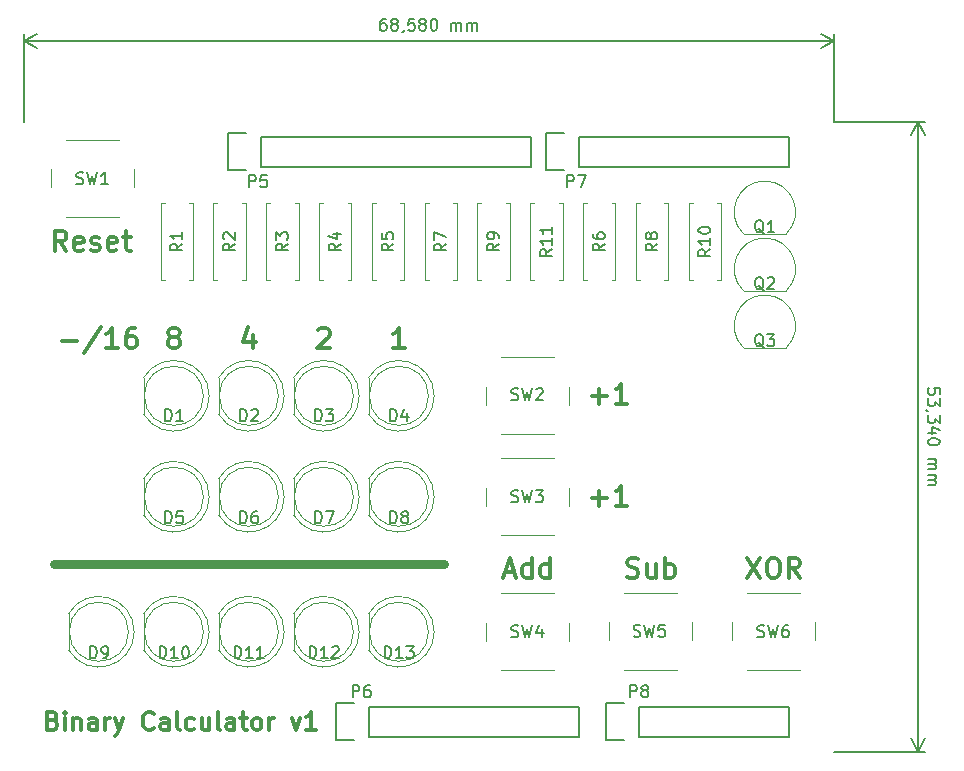
<source format=gto>
G04 #@! TF.GenerationSoftware,KiCad,Pcbnew,(5.0.0)*
G04 #@! TF.CreationDate,2019-05-20T16:21:45+02:00*
G04 #@! TF.ProjectId,Rechner,526563686E65722E6B696361645F7063,rev?*
G04 #@! TF.SameCoordinates,Original*
G04 #@! TF.FileFunction,Legend,Top*
G04 #@! TF.FilePolarity,Positive*
%FSLAX46Y46*%
G04 Gerber Fmt 4.6, Leading zero omitted, Abs format (unit mm)*
G04 Created by KiCad (PCBNEW (5.0.0)) date 05/20/19 16:21:45*
%MOMM*%
%LPD*%
G01*
G04 APERTURE LIST*
%ADD10C,0.300000*%
%ADD11C,0.375000*%
%ADD12C,0.150000*%
%ADD13C,0.800000*%
%ADD14C,0.120000*%
G04 APERTURE END LIST*
D10*
X172190857Y-109940047D02*
X173324190Y-111640047D01*
X173324190Y-109940047D02*
X172190857Y-111640047D01*
X174295619Y-109940047D02*
X174619428Y-109940047D01*
X174781333Y-110021000D01*
X174943238Y-110182904D01*
X175024190Y-110506714D01*
X175024190Y-111073380D01*
X174943238Y-111397190D01*
X174781333Y-111559095D01*
X174619428Y-111640047D01*
X174295619Y-111640047D01*
X174133714Y-111559095D01*
X173971809Y-111397190D01*
X173890857Y-111073380D01*
X173890857Y-110506714D01*
X173971809Y-110182904D01*
X174133714Y-110021000D01*
X174295619Y-109940047D01*
X176724190Y-111640047D02*
X176157523Y-110830523D01*
X175752761Y-111640047D02*
X175752761Y-109940047D01*
X176400380Y-109940047D01*
X176562285Y-110021000D01*
X176643238Y-110101952D01*
X176724190Y-110263857D01*
X176724190Y-110506714D01*
X176643238Y-110668619D01*
X176562285Y-110749571D01*
X176400380Y-110830523D01*
X175752761Y-110830523D01*
X162060190Y-111559095D02*
X162303047Y-111640047D01*
X162707809Y-111640047D01*
X162869714Y-111559095D01*
X162950666Y-111478142D01*
X163031619Y-111316238D01*
X163031619Y-111154333D01*
X162950666Y-110992428D01*
X162869714Y-110911476D01*
X162707809Y-110830523D01*
X162384000Y-110749571D01*
X162222095Y-110668619D01*
X162141142Y-110587666D01*
X162060190Y-110425761D01*
X162060190Y-110263857D01*
X162141142Y-110101952D01*
X162222095Y-110021000D01*
X162384000Y-109940047D01*
X162788761Y-109940047D01*
X163031619Y-110021000D01*
X164488761Y-110506714D02*
X164488761Y-111640047D01*
X163760190Y-110506714D02*
X163760190Y-111397190D01*
X163841142Y-111559095D01*
X164003047Y-111640047D01*
X164245904Y-111640047D01*
X164407809Y-111559095D01*
X164488761Y-111478142D01*
X165298285Y-111640047D02*
X165298285Y-109940047D01*
X165298285Y-110587666D02*
X165460190Y-110506714D01*
X165784000Y-110506714D01*
X165945904Y-110587666D01*
X166026857Y-110668619D01*
X166107809Y-110830523D01*
X166107809Y-111316238D01*
X166026857Y-111478142D01*
X165945904Y-111559095D01*
X165784000Y-111640047D01*
X165460190Y-111640047D01*
X165298285Y-111559095D01*
X151727142Y-111154333D02*
X152536666Y-111154333D01*
X151565238Y-111640047D02*
X152131904Y-109940047D01*
X152698571Y-111640047D01*
X153993809Y-111640047D02*
X153993809Y-109940047D01*
X153993809Y-111559095D02*
X153831904Y-111640047D01*
X153508095Y-111640047D01*
X153346190Y-111559095D01*
X153265238Y-111478142D01*
X153184285Y-111316238D01*
X153184285Y-110830523D01*
X153265238Y-110668619D01*
X153346190Y-110587666D01*
X153508095Y-110506714D01*
X153831904Y-110506714D01*
X153993809Y-110587666D01*
X155531904Y-111640047D02*
X155531904Y-109940047D01*
X155531904Y-111559095D02*
X155370000Y-111640047D01*
X155046190Y-111640047D01*
X154884285Y-111559095D01*
X154803333Y-111478142D01*
X154722380Y-111316238D01*
X154722380Y-110830523D01*
X154803333Y-110668619D01*
X154884285Y-110587666D01*
X155046190Y-110506714D01*
X155370000Y-110506714D01*
X155531904Y-110587666D01*
D11*
X159070857Y-104896428D02*
X160366095Y-104896428D01*
X159718476Y-105544047D02*
X159718476Y-104248809D01*
X162066095Y-105544047D02*
X161094666Y-105544047D01*
X161580380Y-105544047D02*
X161580380Y-103844047D01*
X161418476Y-104086904D01*
X161256571Y-104248809D01*
X161094666Y-104329761D01*
X159070857Y-96260428D02*
X160366095Y-96260428D01*
X159718476Y-96908047D02*
X159718476Y-95612809D01*
X162066095Y-96908047D02*
X161094666Y-96908047D01*
X161580380Y-96908047D02*
X161580380Y-95208047D01*
X161418476Y-95450904D01*
X161256571Y-95612809D01*
X161094666Y-95693761D01*
D12*
X188537619Y-96075952D02*
X188537619Y-95599761D01*
X188061428Y-95552142D01*
X188109047Y-95599761D01*
X188156666Y-95695000D01*
X188156666Y-95933095D01*
X188109047Y-96028333D01*
X188061428Y-96075952D01*
X187966190Y-96123571D01*
X187728095Y-96123571D01*
X187632857Y-96075952D01*
X187585238Y-96028333D01*
X187537619Y-95933095D01*
X187537619Y-95695000D01*
X187585238Y-95599761D01*
X187632857Y-95552142D01*
X188537619Y-96456904D02*
X188537619Y-97075952D01*
X188156666Y-96742619D01*
X188156666Y-96885476D01*
X188109047Y-96980714D01*
X188061428Y-97028333D01*
X187966190Y-97075952D01*
X187728095Y-97075952D01*
X187632857Y-97028333D01*
X187585238Y-96980714D01*
X187537619Y-96885476D01*
X187537619Y-96599761D01*
X187585238Y-96504523D01*
X187632857Y-96456904D01*
X187585238Y-97552142D02*
X187537619Y-97552142D01*
X187442380Y-97504523D01*
X187394761Y-97456904D01*
X188537619Y-97885476D02*
X188537619Y-98504523D01*
X188156666Y-98171190D01*
X188156666Y-98314047D01*
X188109047Y-98409285D01*
X188061428Y-98456904D01*
X187966190Y-98504523D01*
X187728095Y-98504523D01*
X187632857Y-98456904D01*
X187585238Y-98409285D01*
X187537619Y-98314047D01*
X187537619Y-98028333D01*
X187585238Y-97933095D01*
X187632857Y-97885476D01*
X188204285Y-99361666D02*
X187537619Y-99361666D01*
X188585238Y-99123571D02*
X187870952Y-98885476D01*
X187870952Y-99504523D01*
X188537619Y-100075952D02*
X188537619Y-100171190D01*
X188490000Y-100266428D01*
X188442380Y-100314047D01*
X188347142Y-100361666D01*
X188156666Y-100409285D01*
X187918571Y-100409285D01*
X187728095Y-100361666D01*
X187632857Y-100314047D01*
X187585238Y-100266428D01*
X187537619Y-100171190D01*
X187537619Y-100075952D01*
X187585238Y-99980714D01*
X187632857Y-99933095D01*
X187728095Y-99885476D01*
X187918571Y-99837857D01*
X188156666Y-99837857D01*
X188347142Y-99885476D01*
X188442380Y-99933095D01*
X188490000Y-99980714D01*
X188537619Y-100075952D01*
X187537619Y-101599761D02*
X188204285Y-101599761D01*
X188109047Y-101599761D02*
X188156666Y-101647380D01*
X188204285Y-101742619D01*
X188204285Y-101885476D01*
X188156666Y-101980714D01*
X188061428Y-102028333D01*
X187537619Y-102028333D01*
X188061428Y-102028333D02*
X188156666Y-102075952D01*
X188204285Y-102171190D01*
X188204285Y-102314047D01*
X188156666Y-102409285D01*
X188061428Y-102456904D01*
X187537619Y-102456904D01*
X187537619Y-102933095D02*
X188204285Y-102933095D01*
X188109047Y-102933095D02*
X188156666Y-102980714D01*
X188204285Y-103075952D01*
X188204285Y-103218809D01*
X188156666Y-103314047D01*
X188061428Y-103361666D01*
X187537619Y-103361666D01*
X188061428Y-103361666D02*
X188156666Y-103409285D01*
X188204285Y-103504523D01*
X188204285Y-103647380D01*
X188156666Y-103742619D01*
X188061428Y-103790238D01*
X187537619Y-103790238D01*
X186690000Y-73025000D02*
X186690000Y-126365000D01*
X179578000Y-73025000D02*
X187276421Y-73025000D01*
X179578000Y-126365000D02*
X187276421Y-126365000D01*
X186690000Y-126365000D02*
X186103579Y-125238496D01*
X186690000Y-126365000D02*
X187276421Y-125238496D01*
X186690000Y-73025000D02*
X186103579Y-74151504D01*
X186690000Y-73025000D02*
X187276421Y-74151504D01*
X141621333Y-64319380D02*
X141430857Y-64319380D01*
X141335619Y-64367000D01*
X141288000Y-64414619D01*
X141192761Y-64557476D01*
X141145142Y-64747952D01*
X141145142Y-65128904D01*
X141192761Y-65224142D01*
X141240380Y-65271761D01*
X141335619Y-65319380D01*
X141526095Y-65319380D01*
X141621333Y-65271761D01*
X141668952Y-65224142D01*
X141716571Y-65128904D01*
X141716571Y-64890809D01*
X141668952Y-64795571D01*
X141621333Y-64747952D01*
X141526095Y-64700333D01*
X141335619Y-64700333D01*
X141240380Y-64747952D01*
X141192761Y-64795571D01*
X141145142Y-64890809D01*
X142288000Y-64747952D02*
X142192761Y-64700333D01*
X142145142Y-64652714D01*
X142097523Y-64557476D01*
X142097523Y-64509857D01*
X142145142Y-64414619D01*
X142192761Y-64367000D01*
X142288000Y-64319380D01*
X142478476Y-64319380D01*
X142573714Y-64367000D01*
X142621333Y-64414619D01*
X142668952Y-64509857D01*
X142668952Y-64557476D01*
X142621333Y-64652714D01*
X142573714Y-64700333D01*
X142478476Y-64747952D01*
X142288000Y-64747952D01*
X142192761Y-64795571D01*
X142145142Y-64843190D01*
X142097523Y-64938428D01*
X142097523Y-65128904D01*
X142145142Y-65224142D01*
X142192761Y-65271761D01*
X142288000Y-65319380D01*
X142478476Y-65319380D01*
X142573714Y-65271761D01*
X142621333Y-65224142D01*
X142668952Y-65128904D01*
X142668952Y-64938428D01*
X142621333Y-64843190D01*
X142573714Y-64795571D01*
X142478476Y-64747952D01*
X143145142Y-65271761D02*
X143145142Y-65319380D01*
X143097523Y-65414619D01*
X143049904Y-65462238D01*
X144049904Y-64319380D02*
X143573714Y-64319380D01*
X143526095Y-64795571D01*
X143573714Y-64747952D01*
X143668952Y-64700333D01*
X143907047Y-64700333D01*
X144002285Y-64747952D01*
X144049904Y-64795571D01*
X144097523Y-64890809D01*
X144097523Y-65128904D01*
X144049904Y-65224142D01*
X144002285Y-65271761D01*
X143907047Y-65319380D01*
X143668952Y-65319380D01*
X143573714Y-65271761D01*
X143526095Y-65224142D01*
X144668952Y-64747952D02*
X144573714Y-64700333D01*
X144526095Y-64652714D01*
X144478476Y-64557476D01*
X144478476Y-64509857D01*
X144526095Y-64414619D01*
X144573714Y-64367000D01*
X144668952Y-64319380D01*
X144859428Y-64319380D01*
X144954666Y-64367000D01*
X145002285Y-64414619D01*
X145049904Y-64509857D01*
X145049904Y-64557476D01*
X145002285Y-64652714D01*
X144954666Y-64700333D01*
X144859428Y-64747952D01*
X144668952Y-64747952D01*
X144573714Y-64795571D01*
X144526095Y-64843190D01*
X144478476Y-64938428D01*
X144478476Y-65128904D01*
X144526095Y-65224142D01*
X144573714Y-65271761D01*
X144668952Y-65319380D01*
X144859428Y-65319380D01*
X144954666Y-65271761D01*
X145002285Y-65224142D01*
X145049904Y-65128904D01*
X145049904Y-64938428D01*
X145002285Y-64843190D01*
X144954666Y-64795571D01*
X144859428Y-64747952D01*
X145668952Y-64319380D02*
X145764190Y-64319380D01*
X145859428Y-64367000D01*
X145907047Y-64414619D01*
X145954666Y-64509857D01*
X146002285Y-64700333D01*
X146002285Y-64938428D01*
X145954666Y-65128904D01*
X145907047Y-65224142D01*
X145859428Y-65271761D01*
X145764190Y-65319380D01*
X145668952Y-65319380D01*
X145573714Y-65271761D01*
X145526095Y-65224142D01*
X145478476Y-65128904D01*
X145430857Y-64938428D01*
X145430857Y-64700333D01*
X145478476Y-64509857D01*
X145526095Y-64414619D01*
X145573714Y-64367000D01*
X145668952Y-64319380D01*
X147192761Y-65319380D02*
X147192761Y-64652714D01*
X147192761Y-64747952D02*
X147240380Y-64700333D01*
X147335619Y-64652714D01*
X147478476Y-64652714D01*
X147573714Y-64700333D01*
X147621333Y-64795571D01*
X147621333Y-65319380D01*
X147621333Y-64795571D02*
X147668952Y-64700333D01*
X147764190Y-64652714D01*
X147907047Y-64652714D01*
X148002285Y-64700333D01*
X148049904Y-64795571D01*
X148049904Y-65319380D01*
X148526095Y-65319380D02*
X148526095Y-64652714D01*
X148526095Y-64747952D02*
X148573714Y-64700333D01*
X148668952Y-64652714D01*
X148811809Y-64652714D01*
X148907047Y-64700333D01*
X148954666Y-64795571D01*
X148954666Y-65319380D01*
X148954666Y-64795571D02*
X149002285Y-64700333D01*
X149097523Y-64652714D01*
X149240380Y-64652714D01*
X149335619Y-64700333D01*
X149383238Y-64795571D01*
X149383238Y-65319380D01*
X179578000Y-66167000D02*
X110998000Y-66167000D01*
X179578000Y-73025000D02*
X179578000Y-65580579D01*
X110998000Y-73025000D02*
X110998000Y-65580579D01*
X110998000Y-66167000D02*
X112124504Y-65580579D01*
X110998000Y-66167000D02*
X112124504Y-66753421D01*
X179578000Y-66167000D02*
X178451496Y-65580579D01*
X179578000Y-66167000D02*
X178451496Y-66753421D01*
D10*
X113475857Y-123717857D02*
X113690142Y-123789285D01*
X113761571Y-123860714D01*
X113833000Y-124003571D01*
X113833000Y-124217857D01*
X113761571Y-124360714D01*
X113690142Y-124432142D01*
X113547285Y-124503571D01*
X112975857Y-124503571D01*
X112975857Y-123003571D01*
X113475857Y-123003571D01*
X113618714Y-123075000D01*
X113690142Y-123146428D01*
X113761571Y-123289285D01*
X113761571Y-123432142D01*
X113690142Y-123575000D01*
X113618714Y-123646428D01*
X113475857Y-123717857D01*
X112975857Y-123717857D01*
X114475857Y-124503571D02*
X114475857Y-123503571D01*
X114475857Y-123003571D02*
X114404428Y-123075000D01*
X114475857Y-123146428D01*
X114547285Y-123075000D01*
X114475857Y-123003571D01*
X114475857Y-123146428D01*
X115190142Y-123503571D02*
X115190142Y-124503571D01*
X115190142Y-123646428D02*
X115261571Y-123575000D01*
X115404428Y-123503571D01*
X115618714Y-123503571D01*
X115761571Y-123575000D01*
X115833000Y-123717857D01*
X115833000Y-124503571D01*
X117190142Y-124503571D02*
X117190142Y-123717857D01*
X117118714Y-123575000D01*
X116975857Y-123503571D01*
X116690142Y-123503571D01*
X116547285Y-123575000D01*
X117190142Y-124432142D02*
X117047285Y-124503571D01*
X116690142Y-124503571D01*
X116547285Y-124432142D01*
X116475857Y-124289285D01*
X116475857Y-124146428D01*
X116547285Y-124003571D01*
X116690142Y-123932142D01*
X117047285Y-123932142D01*
X117190142Y-123860714D01*
X117904428Y-124503571D02*
X117904428Y-123503571D01*
X117904428Y-123789285D02*
X117975857Y-123646428D01*
X118047285Y-123575000D01*
X118190142Y-123503571D01*
X118333000Y-123503571D01*
X118690142Y-123503571D02*
X119047285Y-124503571D01*
X119404428Y-123503571D02*
X119047285Y-124503571D01*
X118904428Y-124860714D01*
X118833000Y-124932142D01*
X118690142Y-125003571D01*
X121975857Y-124360714D02*
X121904428Y-124432142D01*
X121690142Y-124503571D01*
X121547285Y-124503571D01*
X121333000Y-124432142D01*
X121190142Y-124289285D01*
X121118714Y-124146428D01*
X121047285Y-123860714D01*
X121047285Y-123646428D01*
X121118714Y-123360714D01*
X121190142Y-123217857D01*
X121333000Y-123075000D01*
X121547285Y-123003571D01*
X121690142Y-123003571D01*
X121904428Y-123075000D01*
X121975857Y-123146428D01*
X123261571Y-124503571D02*
X123261571Y-123717857D01*
X123190142Y-123575000D01*
X123047285Y-123503571D01*
X122761571Y-123503571D01*
X122618714Y-123575000D01*
X123261571Y-124432142D02*
X123118714Y-124503571D01*
X122761571Y-124503571D01*
X122618714Y-124432142D01*
X122547285Y-124289285D01*
X122547285Y-124146428D01*
X122618714Y-124003571D01*
X122761571Y-123932142D01*
X123118714Y-123932142D01*
X123261571Y-123860714D01*
X124190142Y-124503571D02*
X124047285Y-124432142D01*
X123975857Y-124289285D01*
X123975857Y-123003571D01*
X125404428Y-124432142D02*
X125261571Y-124503571D01*
X124975857Y-124503571D01*
X124833000Y-124432142D01*
X124761571Y-124360714D01*
X124690142Y-124217857D01*
X124690142Y-123789285D01*
X124761571Y-123646428D01*
X124833000Y-123575000D01*
X124975857Y-123503571D01*
X125261571Y-123503571D01*
X125404428Y-123575000D01*
X126690142Y-123503571D02*
X126690142Y-124503571D01*
X126047285Y-123503571D02*
X126047285Y-124289285D01*
X126118714Y-124432142D01*
X126261571Y-124503571D01*
X126475857Y-124503571D01*
X126618714Y-124432142D01*
X126690142Y-124360714D01*
X127618714Y-124503571D02*
X127475857Y-124432142D01*
X127404428Y-124289285D01*
X127404428Y-123003571D01*
X128833000Y-124503571D02*
X128833000Y-123717857D01*
X128761571Y-123575000D01*
X128618714Y-123503571D01*
X128333000Y-123503571D01*
X128190142Y-123575000D01*
X128833000Y-124432142D02*
X128690142Y-124503571D01*
X128333000Y-124503571D01*
X128190142Y-124432142D01*
X128118714Y-124289285D01*
X128118714Y-124146428D01*
X128190142Y-124003571D01*
X128333000Y-123932142D01*
X128690142Y-123932142D01*
X128833000Y-123860714D01*
X129333000Y-123503571D02*
X129904428Y-123503571D01*
X129547285Y-123003571D02*
X129547285Y-124289285D01*
X129618714Y-124432142D01*
X129761571Y-124503571D01*
X129904428Y-124503571D01*
X130618714Y-124503571D02*
X130475857Y-124432142D01*
X130404428Y-124360714D01*
X130333000Y-124217857D01*
X130333000Y-123789285D01*
X130404428Y-123646428D01*
X130475857Y-123575000D01*
X130618714Y-123503571D01*
X130833000Y-123503571D01*
X130975857Y-123575000D01*
X131047285Y-123646428D01*
X131118714Y-123789285D01*
X131118714Y-124217857D01*
X131047285Y-124360714D01*
X130975857Y-124432142D01*
X130833000Y-124503571D01*
X130618714Y-124503571D01*
X131761571Y-124503571D02*
X131761571Y-123503571D01*
X131761571Y-123789285D02*
X131833000Y-123646428D01*
X131904428Y-123575000D01*
X132047285Y-123503571D01*
X132190142Y-123503571D01*
X133690142Y-123503571D02*
X134047285Y-124503571D01*
X134404428Y-123503571D01*
X135761571Y-124503571D02*
X134904428Y-124503571D01*
X135333000Y-124503571D02*
X135333000Y-123003571D01*
X135190142Y-123217857D01*
X135047285Y-123360714D01*
X134904428Y-123432142D01*
X114190857Y-91561428D02*
X115486095Y-91561428D01*
X117509904Y-90428095D02*
X116052761Y-92613809D01*
X118967047Y-92209047D02*
X117995619Y-92209047D01*
X118481333Y-92209047D02*
X118481333Y-90509047D01*
X118319428Y-90751904D01*
X118157523Y-90913809D01*
X117995619Y-90994761D01*
X120424190Y-90509047D02*
X120100380Y-90509047D01*
X119938476Y-90590000D01*
X119857523Y-90670952D01*
X119695619Y-90913809D01*
X119614666Y-91237619D01*
X119614666Y-91885238D01*
X119695619Y-92047142D01*
X119776571Y-92128095D01*
X119938476Y-92209047D01*
X120262285Y-92209047D01*
X120424190Y-92128095D01*
X120505142Y-92047142D01*
X120586095Y-91885238D01*
X120586095Y-91480476D01*
X120505142Y-91318571D01*
X120424190Y-91237619D01*
X120262285Y-91156666D01*
X119938476Y-91156666D01*
X119776571Y-91237619D01*
X119695619Y-91318571D01*
X119614666Y-91480476D01*
D13*
X146558000Y-110490000D02*
X113538000Y-110490000D01*
D10*
X123536095Y-91237619D02*
X123374190Y-91156666D01*
X123293238Y-91075714D01*
X123212285Y-90913809D01*
X123212285Y-90832857D01*
X123293238Y-90670952D01*
X123374190Y-90590000D01*
X123536095Y-90509047D01*
X123859904Y-90509047D01*
X124021809Y-90590000D01*
X124102761Y-90670952D01*
X124183714Y-90832857D01*
X124183714Y-90913809D01*
X124102761Y-91075714D01*
X124021809Y-91156666D01*
X123859904Y-91237619D01*
X123536095Y-91237619D01*
X123374190Y-91318571D01*
X123293238Y-91399523D01*
X123212285Y-91561428D01*
X123212285Y-91885238D01*
X123293238Y-92047142D01*
X123374190Y-92128095D01*
X123536095Y-92209047D01*
X123859904Y-92209047D01*
X124021809Y-92128095D01*
X124102761Y-92047142D01*
X124183714Y-91885238D01*
X124183714Y-91561428D01*
X124102761Y-91399523D01*
X124021809Y-91318571D01*
X123859904Y-91237619D01*
X130371809Y-91075714D02*
X130371809Y-92209047D01*
X129967047Y-90428095D02*
X129562285Y-91642380D01*
X130614666Y-91642380D01*
X135912285Y-90670952D02*
X135993238Y-90590000D01*
X136155142Y-90509047D01*
X136559904Y-90509047D01*
X136721809Y-90590000D01*
X136802761Y-90670952D01*
X136883714Y-90832857D01*
X136883714Y-90994761D01*
X136802761Y-91237619D01*
X135831333Y-92209047D01*
X136883714Y-92209047D01*
X143233714Y-92209047D02*
X142262285Y-92209047D01*
X142748000Y-92209047D02*
X142748000Y-90509047D01*
X142586095Y-90751904D01*
X142424190Y-90913809D01*
X142262285Y-90994761D01*
X114608238Y-83954047D02*
X114041571Y-83144523D01*
X113636809Y-83954047D02*
X113636809Y-82254047D01*
X114284428Y-82254047D01*
X114446333Y-82335000D01*
X114527285Y-82415952D01*
X114608238Y-82577857D01*
X114608238Y-82820714D01*
X114527285Y-82982619D01*
X114446333Y-83063571D01*
X114284428Y-83144523D01*
X113636809Y-83144523D01*
X115984428Y-83873095D02*
X115822523Y-83954047D01*
X115498714Y-83954047D01*
X115336809Y-83873095D01*
X115255857Y-83711190D01*
X115255857Y-83063571D01*
X115336809Y-82901666D01*
X115498714Y-82820714D01*
X115822523Y-82820714D01*
X115984428Y-82901666D01*
X116065380Y-83063571D01*
X116065380Y-83225476D01*
X115255857Y-83387380D01*
X116713000Y-83873095D02*
X116874904Y-83954047D01*
X117198714Y-83954047D01*
X117360619Y-83873095D01*
X117441571Y-83711190D01*
X117441571Y-83630238D01*
X117360619Y-83468333D01*
X117198714Y-83387380D01*
X116955857Y-83387380D01*
X116793952Y-83306428D01*
X116713000Y-83144523D01*
X116713000Y-83063571D01*
X116793952Y-82901666D01*
X116955857Y-82820714D01*
X117198714Y-82820714D01*
X117360619Y-82901666D01*
X118817761Y-83873095D02*
X118655857Y-83954047D01*
X118332047Y-83954047D01*
X118170142Y-83873095D01*
X118089190Y-83711190D01*
X118089190Y-83063571D01*
X118170142Y-82901666D01*
X118332047Y-82820714D01*
X118655857Y-82820714D01*
X118817761Y-82901666D01*
X118898714Y-83063571D01*
X118898714Y-83225476D01*
X118089190Y-83387380D01*
X119384428Y-82820714D02*
X120032047Y-82820714D01*
X119627285Y-82254047D02*
X119627285Y-83711190D01*
X119708238Y-83873095D01*
X119870142Y-83954047D01*
X120032047Y-83954047D01*
D14*
G04 #@! TO.C,SW6*
X177946000Y-116919000D02*
X177946000Y-115419000D01*
X176696000Y-112919000D02*
X172196000Y-112919000D01*
X170946000Y-115419000D02*
X170946000Y-116919000D01*
X172196000Y-119419000D02*
X176696000Y-119419000D01*
D12*
G04 #@! TO.C,P6*
X140208000Y-125095000D02*
X157988000Y-125095000D01*
X157988000Y-125095000D02*
X157988000Y-122555000D01*
X157988000Y-122555000D02*
X140208000Y-122555000D01*
X137388000Y-125375000D02*
X138938000Y-125375000D01*
X140208000Y-125095000D02*
X140208000Y-122555000D01*
X138938000Y-122275000D02*
X137388000Y-122275000D01*
X137388000Y-122275000D02*
X137388000Y-125375000D01*
G04 #@! TO.C,P8*
X163068000Y-125095000D02*
X175768000Y-125095000D01*
X175768000Y-125095000D02*
X175768000Y-122555000D01*
X175768000Y-122555000D02*
X163068000Y-122555000D01*
X160248000Y-125375000D02*
X161798000Y-125375000D01*
X163068000Y-125095000D02*
X163068000Y-122555000D01*
X161798000Y-122275000D02*
X160248000Y-122275000D01*
X160248000Y-122275000D02*
X160248000Y-125375000D01*
G04 #@! TO.C,P5*
X131064000Y-76835000D02*
X153924000Y-76835000D01*
X153924000Y-76835000D02*
X153924000Y-74295000D01*
X153924000Y-74295000D02*
X131064000Y-74295000D01*
X128244000Y-77115000D02*
X129794000Y-77115000D01*
X131064000Y-76835000D02*
X131064000Y-74295000D01*
X129794000Y-74015000D02*
X128244000Y-74015000D01*
X128244000Y-74015000D02*
X128244000Y-77115000D01*
G04 #@! TO.C,P7*
X157988000Y-76835000D02*
X175768000Y-76835000D01*
X175768000Y-76835000D02*
X175768000Y-74295000D01*
X175768000Y-74295000D02*
X157988000Y-74295000D01*
X155168000Y-77115000D02*
X156718000Y-77115000D01*
X157988000Y-76835000D02*
X157988000Y-74295000D01*
X156718000Y-74015000D02*
X155168000Y-74015000D01*
X155168000Y-74015000D02*
X155168000Y-77115000D01*
D14*
G04 #@! TO.C,D1*
X126688000Y-96230462D02*
G75*
G03X121138000Y-94685170I-2990000J462D01*
G01*
X126688000Y-96229538D02*
G75*
G02X121138000Y-97774830I-2990000J-462D01*
G01*
X126198000Y-96230000D02*
G75*
G03X126198000Y-96230000I-2500000J0D01*
G01*
X121138000Y-94685000D02*
X121138000Y-97775000D01*
G04 #@! TO.C,D2*
X127488000Y-94685000D02*
X127488000Y-97775000D01*
X132548000Y-96230000D02*
G75*
G03X132548000Y-96230000I-2500000J0D01*
G01*
X133038000Y-96229538D02*
G75*
G02X127488000Y-97774830I-2990000J-462D01*
G01*
X133038000Y-96230462D02*
G75*
G03X127488000Y-94685170I-2990000J462D01*
G01*
G04 #@! TO.C,D3*
X139388000Y-96230462D02*
G75*
G03X133838000Y-94685170I-2990000J462D01*
G01*
X139388000Y-96229538D02*
G75*
G02X133838000Y-97774830I-2990000J-462D01*
G01*
X138898000Y-96230000D02*
G75*
G03X138898000Y-96230000I-2500000J0D01*
G01*
X133838000Y-94685000D02*
X133838000Y-97775000D01*
G04 #@! TO.C,D4*
X140188000Y-94685000D02*
X140188000Y-97775000D01*
X145248000Y-96230000D02*
G75*
G03X145248000Y-96230000I-2500000J0D01*
G01*
X145738000Y-96229538D02*
G75*
G02X140188000Y-97774830I-2990000J-462D01*
G01*
X145738000Y-96230462D02*
G75*
G03X140188000Y-94685170I-2990000J462D01*
G01*
G04 #@! TO.C,D5*
X126688000Y-104775462D02*
G75*
G03X121138000Y-103230170I-2990000J462D01*
G01*
X126688000Y-104774538D02*
G75*
G02X121138000Y-106319830I-2990000J-462D01*
G01*
X126198000Y-104775000D02*
G75*
G03X126198000Y-104775000I-2500000J0D01*
G01*
X121138000Y-103230000D02*
X121138000Y-106320000D01*
G04 #@! TO.C,D6*
X127488000Y-103230000D02*
X127488000Y-106320000D01*
X132548000Y-104775000D02*
G75*
G03X132548000Y-104775000I-2500000J0D01*
G01*
X133038000Y-104774538D02*
G75*
G02X127488000Y-106319830I-2990000J-462D01*
G01*
X133038000Y-104775462D02*
G75*
G03X127488000Y-103230170I-2990000J462D01*
G01*
G04 #@! TO.C,D7*
X139388000Y-104775462D02*
G75*
G03X133838000Y-103230170I-2990000J462D01*
G01*
X139388000Y-104774538D02*
G75*
G02X133838000Y-106319830I-2990000J-462D01*
G01*
X138898000Y-104775000D02*
G75*
G03X138898000Y-104775000I-2500000J0D01*
G01*
X133838000Y-103230000D02*
X133838000Y-106320000D01*
G04 #@! TO.C,D8*
X140188000Y-103230000D02*
X140188000Y-106320000D01*
X145248000Y-104775000D02*
G75*
G03X145248000Y-104775000I-2500000J0D01*
G01*
X145738000Y-104774538D02*
G75*
G02X140188000Y-106319830I-2990000J-462D01*
G01*
X145738000Y-104775462D02*
G75*
G03X140188000Y-103230170I-2990000J462D01*
G01*
G04 #@! TO.C,D9*
X120338000Y-116205462D02*
G75*
G03X114788000Y-114660170I-2990000J462D01*
G01*
X120338000Y-116204538D02*
G75*
G02X114788000Y-117749830I-2990000J-462D01*
G01*
X119848000Y-116205000D02*
G75*
G03X119848000Y-116205000I-2500000J0D01*
G01*
X114788000Y-114660000D02*
X114788000Y-117750000D01*
G04 #@! TO.C,D10*
X121138000Y-114660000D02*
X121138000Y-117750000D01*
X126198000Y-116205000D02*
G75*
G03X126198000Y-116205000I-2500000J0D01*
G01*
X126688000Y-116204538D02*
G75*
G02X121138000Y-117749830I-2990000J-462D01*
G01*
X126688000Y-116205462D02*
G75*
G03X121138000Y-114660170I-2990000J462D01*
G01*
G04 #@! TO.C,D11*
X127488000Y-114660000D02*
X127488000Y-117750000D01*
X132548000Y-116205000D02*
G75*
G03X132548000Y-116205000I-2500000J0D01*
G01*
X133038000Y-116204538D02*
G75*
G02X127488000Y-117749830I-2990000J-462D01*
G01*
X133038000Y-116205462D02*
G75*
G03X127488000Y-114660170I-2990000J462D01*
G01*
G04 #@! TO.C,D12*
X139388000Y-116205462D02*
G75*
G03X133838000Y-114660170I-2990000J462D01*
G01*
X139388000Y-116204538D02*
G75*
G02X133838000Y-117749830I-2990000J-462D01*
G01*
X138898000Y-116205000D02*
G75*
G03X138898000Y-116205000I-2500000J0D01*
G01*
X133838000Y-114660000D02*
X133838000Y-117750000D01*
G04 #@! TO.C,D13*
X145738000Y-116205462D02*
G75*
G03X140188000Y-114660170I-2990000J462D01*
G01*
X145738000Y-116204538D02*
G75*
G02X140188000Y-117749830I-2990000J-462D01*
G01*
X145248000Y-116205000D02*
G75*
G03X145248000Y-116205000I-2500000J0D01*
G01*
X140188000Y-114660000D02*
X140188000Y-117750000D01*
G04 #@! TO.C,Q1*
X175574478Y-82483478D02*
G75*
G03X173736000Y-78045000I-1838478J1838478D01*
G01*
X171897522Y-82483478D02*
G75*
G02X173736000Y-78045000I1838478J1838478D01*
G01*
X171936000Y-82495000D02*
X175536000Y-82495000D01*
G04 #@! TO.C,Q2*
X171936000Y-87321000D02*
X175536000Y-87321000D01*
X171897522Y-87309478D02*
G75*
G02X173736000Y-82871000I1838478J1838478D01*
G01*
X175574478Y-87309478D02*
G75*
G03X173736000Y-82871000I-1838478J1838478D01*
G01*
G04 #@! TO.C,Q3*
X171936000Y-92147000D02*
X175536000Y-92147000D01*
X171897522Y-92135478D02*
G75*
G02X173736000Y-87697000I1838478J1838478D01*
G01*
X175574478Y-92135478D02*
G75*
G03X173736000Y-87697000I-1838478J1838478D01*
G01*
G04 #@! TO.C,R1*
X122912000Y-86455000D02*
X122582000Y-86455000D01*
X122582000Y-86455000D02*
X122582000Y-79915000D01*
X122582000Y-79915000D02*
X122912000Y-79915000D01*
X124992000Y-86455000D02*
X125322000Y-86455000D01*
X125322000Y-86455000D02*
X125322000Y-79915000D01*
X125322000Y-79915000D02*
X124992000Y-79915000D01*
G04 #@! TO.C,R2*
X129792400Y-79915000D02*
X129462400Y-79915000D01*
X129792400Y-86455000D02*
X129792400Y-79915000D01*
X129462400Y-86455000D02*
X129792400Y-86455000D01*
X127052400Y-79915000D02*
X127382400Y-79915000D01*
X127052400Y-86455000D02*
X127052400Y-79915000D01*
X127382400Y-86455000D02*
X127052400Y-86455000D01*
G04 #@! TO.C,R3*
X131852800Y-86455000D02*
X131522800Y-86455000D01*
X131522800Y-86455000D02*
X131522800Y-79915000D01*
X131522800Y-79915000D02*
X131852800Y-79915000D01*
X133932800Y-86455000D02*
X134262800Y-86455000D01*
X134262800Y-86455000D02*
X134262800Y-79915000D01*
X134262800Y-79915000D02*
X133932800Y-79915000D01*
G04 #@! TO.C,R4*
X138733200Y-79915000D02*
X138403200Y-79915000D01*
X138733200Y-86455000D02*
X138733200Y-79915000D01*
X138403200Y-86455000D02*
X138733200Y-86455000D01*
X135993200Y-79915000D02*
X136323200Y-79915000D01*
X135993200Y-86455000D02*
X135993200Y-79915000D01*
X136323200Y-86455000D02*
X135993200Y-86455000D01*
G04 #@! TO.C,R5*
X140793600Y-86455000D02*
X140463600Y-86455000D01*
X140463600Y-86455000D02*
X140463600Y-79915000D01*
X140463600Y-79915000D02*
X140793600Y-79915000D01*
X142873600Y-86455000D02*
X143203600Y-86455000D01*
X143203600Y-86455000D02*
X143203600Y-79915000D01*
X143203600Y-79915000D02*
X142873600Y-79915000D01*
G04 #@! TO.C,R6*
X161085200Y-79915000D02*
X160755200Y-79915000D01*
X161085200Y-86455000D02*
X161085200Y-79915000D01*
X160755200Y-86455000D02*
X161085200Y-86455000D01*
X158345200Y-79915000D02*
X158675200Y-79915000D01*
X158345200Y-86455000D02*
X158345200Y-79915000D01*
X158675200Y-86455000D02*
X158345200Y-86455000D01*
G04 #@! TO.C,R7*
X147344000Y-79915000D02*
X147674000Y-79915000D01*
X147674000Y-79915000D02*
X147674000Y-86455000D01*
X147674000Y-86455000D02*
X147344000Y-86455000D01*
X145264000Y-79915000D02*
X144934000Y-79915000D01*
X144934000Y-79915000D02*
X144934000Y-86455000D01*
X144934000Y-86455000D02*
X145264000Y-86455000D01*
G04 #@! TO.C,R8*
X163145600Y-86455000D02*
X162815600Y-86455000D01*
X162815600Y-86455000D02*
X162815600Y-79915000D01*
X162815600Y-79915000D02*
X163145600Y-79915000D01*
X165225600Y-86455000D02*
X165555600Y-86455000D01*
X165555600Y-86455000D02*
X165555600Y-79915000D01*
X165555600Y-79915000D02*
X165225600Y-79915000D01*
G04 #@! TO.C,R9*
X149404400Y-86455000D02*
X149734400Y-86455000D01*
X149404400Y-79915000D02*
X149404400Y-86455000D01*
X149734400Y-79915000D02*
X149404400Y-79915000D01*
X152144400Y-86455000D02*
X151814400Y-86455000D01*
X152144400Y-79915000D02*
X152144400Y-86455000D01*
X151814400Y-79915000D02*
X152144400Y-79915000D01*
G04 #@! TO.C,R10*
X167616000Y-86455000D02*
X167286000Y-86455000D01*
X167286000Y-86455000D02*
X167286000Y-79915000D01*
X167286000Y-79915000D02*
X167616000Y-79915000D01*
X169696000Y-86455000D02*
X170026000Y-86455000D01*
X170026000Y-86455000D02*
X170026000Y-79915000D01*
X170026000Y-79915000D02*
X169696000Y-79915000D01*
G04 #@! TO.C,R11*
X153874800Y-86455000D02*
X154204800Y-86455000D01*
X153874800Y-79915000D02*
X153874800Y-86455000D01*
X154204800Y-79915000D02*
X153874800Y-79915000D01*
X156614800Y-86455000D02*
X156284800Y-86455000D01*
X156614800Y-79915000D02*
X156614800Y-86455000D01*
X156284800Y-79915000D02*
X156614800Y-79915000D01*
G04 #@! TO.C,SW1*
X114538000Y-81065000D02*
X119038000Y-81065000D01*
X113288000Y-77065000D02*
X113288000Y-78565000D01*
X119038000Y-74565000D02*
X114538000Y-74565000D01*
X120288000Y-78565000D02*
X120288000Y-77065000D01*
G04 #@! TO.C,SW2*
X151368000Y-99480000D02*
X155868000Y-99480000D01*
X150118000Y-95480000D02*
X150118000Y-96980000D01*
X155868000Y-92980000D02*
X151368000Y-92980000D01*
X157118000Y-96980000D02*
X157118000Y-95480000D01*
G04 #@! TO.C,SW3*
X157118000Y-105525000D02*
X157118000Y-104025000D01*
X155868000Y-101525000D02*
X151368000Y-101525000D01*
X150118000Y-104025000D02*
X150118000Y-105525000D01*
X151368000Y-108025000D02*
X155868000Y-108025000D01*
G04 #@! TO.C,SW4*
X151368000Y-119455000D02*
X155868000Y-119455000D01*
X150118000Y-115455000D02*
X150118000Y-116955000D01*
X155868000Y-112955000D02*
X151368000Y-112955000D01*
X157118000Y-116955000D02*
X157118000Y-115455000D01*
G04 #@! TO.C,SW5*
X167532000Y-116919000D02*
X167532000Y-115419000D01*
X166282000Y-112919000D02*
X161782000Y-112919000D01*
X160532000Y-115419000D02*
X160532000Y-116919000D01*
X161782000Y-119419000D02*
X166282000Y-119419000D01*
G04 #@! TO.C,SW6*
D12*
X173112666Y-116609761D02*
X173255523Y-116657380D01*
X173493619Y-116657380D01*
X173588857Y-116609761D01*
X173636476Y-116562142D01*
X173684095Y-116466904D01*
X173684095Y-116371666D01*
X173636476Y-116276428D01*
X173588857Y-116228809D01*
X173493619Y-116181190D01*
X173303142Y-116133571D01*
X173207904Y-116085952D01*
X173160285Y-116038333D01*
X173112666Y-115943095D01*
X173112666Y-115847857D01*
X173160285Y-115752619D01*
X173207904Y-115705000D01*
X173303142Y-115657380D01*
X173541238Y-115657380D01*
X173684095Y-115705000D01*
X174017428Y-115657380D02*
X174255523Y-116657380D01*
X174446000Y-115943095D01*
X174636476Y-116657380D01*
X174874571Y-115657380D01*
X175684095Y-115657380D02*
X175493619Y-115657380D01*
X175398380Y-115705000D01*
X175350761Y-115752619D01*
X175255523Y-115895476D01*
X175207904Y-116085952D01*
X175207904Y-116466904D01*
X175255523Y-116562142D01*
X175303142Y-116609761D01*
X175398380Y-116657380D01*
X175588857Y-116657380D01*
X175684095Y-116609761D01*
X175731714Y-116562142D01*
X175779333Y-116466904D01*
X175779333Y-116228809D01*
X175731714Y-116133571D01*
X175684095Y-116085952D01*
X175588857Y-116038333D01*
X175398380Y-116038333D01*
X175303142Y-116085952D01*
X175255523Y-116133571D01*
X175207904Y-116228809D01*
G04 #@! TO.C,P6*
X138834904Y-121737380D02*
X138834904Y-120737380D01*
X139215857Y-120737380D01*
X139311095Y-120785000D01*
X139358714Y-120832619D01*
X139406333Y-120927857D01*
X139406333Y-121070714D01*
X139358714Y-121165952D01*
X139311095Y-121213571D01*
X139215857Y-121261190D01*
X138834904Y-121261190D01*
X140263476Y-120737380D02*
X140073000Y-120737380D01*
X139977761Y-120785000D01*
X139930142Y-120832619D01*
X139834904Y-120975476D01*
X139787285Y-121165952D01*
X139787285Y-121546904D01*
X139834904Y-121642142D01*
X139882523Y-121689761D01*
X139977761Y-121737380D01*
X140168238Y-121737380D01*
X140263476Y-121689761D01*
X140311095Y-121642142D01*
X140358714Y-121546904D01*
X140358714Y-121308809D01*
X140311095Y-121213571D01*
X140263476Y-121165952D01*
X140168238Y-121118333D01*
X139977761Y-121118333D01*
X139882523Y-121165952D01*
X139834904Y-121213571D01*
X139787285Y-121308809D01*
G04 #@! TO.C,P8*
X162329904Y-121737380D02*
X162329904Y-120737380D01*
X162710857Y-120737380D01*
X162806095Y-120785000D01*
X162853714Y-120832619D01*
X162901333Y-120927857D01*
X162901333Y-121070714D01*
X162853714Y-121165952D01*
X162806095Y-121213571D01*
X162710857Y-121261190D01*
X162329904Y-121261190D01*
X163472761Y-121165952D02*
X163377523Y-121118333D01*
X163329904Y-121070714D01*
X163282285Y-120975476D01*
X163282285Y-120927857D01*
X163329904Y-120832619D01*
X163377523Y-120785000D01*
X163472761Y-120737380D01*
X163663238Y-120737380D01*
X163758476Y-120785000D01*
X163806095Y-120832619D01*
X163853714Y-120927857D01*
X163853714Y-120975476D01*
X163806095Y-121070714D01*
X163758476Y-121118333D01*
X163663238Y-121165952D01*
X163472761Y-121165952D01*
X163377523Y-121213571D01*
X163329904Y-121261190D01*
X163282285Y-121356428D01*
X163282285Y-121546904D01*
X163329904Y-121642142D01*
X163377523Y-121689761D01*
X163472761Y-121737380D01*
X163663238Y-121737380D01*
X163758476Y-121689761D01*
X163806095Y-121642142D01*
X163853714Y-121546904D01*
X163853714Y-121356428D01*
X163806095Y-121261190D01*
X163758476Y-121213571D01*
X163663238Y-121165952D01*
G04 #@! TO.C,P5*
X130071904Y-78557380D02*
X130071904Y-77557380D01*
X130452857Y-77557380D01*
X130548095Y-77605000D01*
X130595714Y-77652619D01*
X130643333Y-77747857D01*
X130643333Y-77890714D01*
X130595714Y-77985952D01*
X130548095Y-78033571D01*
X130452857Y-78081190D01*
X130071904Y-78081190D01*
X131548095Y-77557380D02*
X131071904Y-77557380D01*
X131024285Y-78033571D01*
X131071904Y-77985952D01*
X131167142Y-77938333D01*
X131405238Y-77938333D01*
X131500476Y-77985952D01*
X131548095Y-78033571D01*
X131595714Y-78128809D01*
X131595714Y-78366904D01*
X131548095Y-78462142D01*
X131500476Y-78509761D01*
X131405238Y-78557380D01*
X131167142Y-78557380D01*
X131071904Y-78509761D01*
X131024285Y-78462142D01*
G04 #@! TO.C,P7*
X156995904Y-78557380D02*
X156995904Y-77557380D01*
X157376857Y-77557380D01*
X157472095Y-77605000D01*
X157519714Y-77652619D01*
X157567333Y-77747857D01*
X157567333Y-77890714D01*
X157519714Y-77985952D01*
X157472095Y-78033571D01*
X157376857Y-78081190D01*
X156995904Y-78081190D01*
X157900666Y-77557380D02*
X158567333Y-77557380D01*
X158138761Y-78557380D01*
G04 #@! TO.C,D1*
X122959904Y-98369380D02*
X122959904Y-97369380D01*
X123198000Y-97369380D01*
X123340857Y-97417000D01*
X123436095Y-97512238D01*
X123483714Y-97607476D01*
X123531333Y-97797952D01*
X123531333Y-97940809D01*
X123483714Y-98131285D01*
X123436095Y-98226523D01*
X123340857Y-98321761D01*
X123198000Y-98369380D01*
X122959904Y-98369380D01*
X124483714Y-98369380D02*
X123912285Y-98369380D01*
X124198000Y-98369380D02*
X124198000Y-97369380D01*
X124102761Y-97512238D01*
X124007523Y-97607476D01*
X123912285Y-97655095D01*
G04 #@! TO.C,D2*
X129309904Y-98369380D02*
X129309904Y-97369380D01*
X129548000Y-97369380D01*
X129690857Y-97417000D01*
X129786095Y-97512238D01*
X129833714Y-97607476D01*
X129881333Y-97797952D01*
X129881333Y-97940809D01*
X129833714Y-98131285D01*
X129786095Y-98226523D01*
X129690857Y-98321761D01*
X129548000Y-98369380D01*
X129309904Y-98369380D01*
X130262285Y-97464619D02*
X130309904Y-97417000D01*
X130405142Y-97369380D01*
X130643238Y-97369380D01*
X130738476Y-97417000D01*
X130786095Y-97464619D01*
X130833714Y-97559857D01*
X130833714Y-97655095D01*
X130786095Y-97797952D01*
X130214666Y-98369380D01*
X130833714Y-98369380D01*
G04 #@! TO.C,D3*
X135659904Y-98369380D02*
X135659904Y-97369380D01*
X135898000Y-97369380D01*
X136040857Y-97417000D01*
X136136095Y-97512238D01*
X136183714Y-97607476D01*
X136231333Y-97797952D01*
X136231333Y-97940809D01*
X136183714Y-98131285D01*
X136136095Y-98226523D01*
X136040857Y-98321761D01*
X135898000Y-98369380D01*
X135659904Y-98369380D01*
X136564666Y-97369380D02*
X137183714Y-97369380D01*
X136850380Y-97750333D01*
X136993238Y-97750333D01*
X137088476Y-97797952D01*
X137136095Y-97845571D01*
X137183714Y-97940809D01*
X137183714Y-98178904D01*
X137136095Y-98274142D01*
X137088476Y-98321761D01*
X136993238Y-98369380D01*
X136707523Y-98369380D01*
X136612285Y-98321761D01*
X136564666Y-98274142D01*
G04 #@! TO.C,D4*
X142009904Y-98369380D02*
X142009904Y-97369380D01*
X142248000Y-97369380D01*
X142390857Y-97417000D01*
X142486095Y-97512238D01*
X142533714Y-97607476D01*
X142581333Y-97797952D01*
X142581333Y-97940809D01*
X142533714Y-98131285D01*
X142486095Y-98226523D01*
X142390857Y-98321761D01*
X142248000Y-98369380D01*
X142009904Y-98369380D01*
X143438476Y-97702714D02*
X143438476Y-98369380D01*
X143200380Y-97321761D02*
X142962285Y-98036047D01*
X143581333Y-98036047D01*
G04 #@! TO.C,D5*
X122959904Y-107005380D02*
X122959904Y-106005380D01*
X123198000Y-106005380D01*
X123340857Y-106053000D01*
X123436095Y-106148238D01*
X123483714Y-106243476D01*
X123531333Y-106433952D01*
X123531333Y-106576809D01*
X123483714Y-106767285D01*
X123436095Y-106862523D01*
X123340857Y-106957761D01*
X123198000Y-107005380D01*
X122959904Y-107005380D01*
X124436095Y-106005380D02*
X123959904Y-106005380D01*
X123912285Y-106481571D01*
X123959904Y-106433952D01*
X124055142Y-106386333D01*
X124293238Y-106386333D01*
X124388476Y-106433952D01*
X124436095Y-106481571D01*
X124483714Y-106576809D01*
X124483714Y-106814904D01*
X124436095Y-106910142D01*
X124388476Y-106957761D01*
X124293238Y-107005380D01*
X124055142Y-107005380D01*
X123959904Y-106957761D01*
X123912285Y-106910142D01*
G04 #@! TO.C,D6*
X129309904Y-107005380D02*
X129309904Y-106005380D01*
X129548000Y-106005380D01*
X129690857Y-106053000D01*
X129786095Y-106148238D01*
X129833714Y-106243476D01*
X129881333Y-106433952D01*
X129881333Y-106576809D01*
X129833714Y-106767285D01*
X129786095Y-106862523D01*
X129690857Y-106957761D01*
X129548000Y-107005380D01*
X129309904Y-107005380D01*
X130738476Y-106005380D02*
X130548000Y-106005380D01*
X130452761Y-106053000D01*
X130405142Y-106100619D01*
X130309904Y-106243476D01*
X130262285Y-106433952D01*
X130262285Y-106814904D01*
X130309904Y-106910142D01*
X130357523Y-106957761D01*
X130452761Y-107005380D01*
X130643238Y-107005380D01*
X130738476Y-106957761D01*
X130786095Y-106910142D01*
X130833714Y-106814904D01*
X130833714Y-106576809D01*
X130786095Y-106481571D01*
X130738476Y-106433952D01*
X130643238Y-106386333D01*
X130452761Y-106386333D01*
X130357523Y-106433952D01*
X130309904Y-106481571D01*
X130262285Y-106576809D01*
G04 #@! TO.C,D7*
X135659904Y-107005380D02*
X135659904Y-106005380D01*
X135898000Y-106005380D01*
X136040857Y-106053000D01*
X136136095Y-106148238D01*
X136183714Y-106243476D01*
X136231333Y-106433952D01*
X136231333Y-106576809D01*
X136183714Y-106767285D01*
X136136095Y-106862523D01*
X136040857Y-106957761D01*
X135898000Y-107005380D01*
X135659904Y-107005380D01*
X136564666Y-106005380D02*
X137231333Y-106005380D01*
X136802761Y-107005380D01*
G04 #@! TO.C,D8*
X142009904Y-107005380D02*
X142009904Y-106005380D01*
X142248000Y-106005380D01*
X142390857Y-106053000D01*
X142486095Y-106148238D01*
X142533714Y-106243476D01*
X142581333Y-106433952D01*
X142581333Y-106576809D01*
X142533714Y-106767285D01*
X142486095Y-106862523D01*
X142390857Y-106957761D01*
X142248000Y-107005380D01*
X142009904Y-107005380D01*
X143152761Y-106433952D02*
X143057523Y-106386333D01*
X143009904Y-106338714D01*
X142962285Y-106243476D01*
X142962285Y-106195857D01*
X143009904Y-106100619D01*
X143057523Y-106053000D01*
X143152761Y-106005380D01*
X143343238Y-106005380D01*
X143438476Y-106053000D01*
X143486095Y-106100619D01*
X143533714Y-106195857D01*
X143533714Y-106243476D01*
X143486095Y-106338714D01*
X143438476Y-106386333D01*
X143343238Y-106433952D01*
X143152761Y-106433952D01*
X143057523Y-106481571D01*
X143009904Y-106529190D01*
X142962285Y-106624428D01*
X142962285Y-106814904D01*
X143009904Y-106910142D01*
X143057523Y-106957761D01*
X143152761Y-107005380D01*
X143343238Y-107005380D01*
X143438476Y-106957761D01*
X143486095Y-106910142D01*
X143533714Y-106814904D01*
X143533714Y-106624428D01*
X143486095Y-106529190D01*
X143438476Y-106481571D01*
X143343238Y-106433952D01*
G04 #@! TO.C,D9*
X116609904Y-118435380D02*
X116609904Y-117435380D01*
X116848000Y-117435380D01*
X116990857Y-117483000D01*
X117086095Y-117578238D01*
X117133714Y-117673476D01*
X117181333Y-117863952D01*
X117181333Y-118006809D01*
X117133714Y-118197285D01*
X117086095Y-118292523D01*
X116990857Y-118387761D01*
X116848000Y-118435380D01*
X116609904Y-118435380D01*
X117657523Y-118435380D02*
X117848000Y-118435380D01*
X117943238Y-118387761D01*
X117990857Y-118340142D01*
X118086095Y-118197285D01*
X118133714Y-118006809D01*
X118133714Y-117625857D01*
X118086095Y-117530619D01*
X118038476Y-117483000D01*
X117943238Y-117435380D01*
X117752761Y-117435380D01*
X117657523Y-117483000D01*
X117609904Y-117530619D01*
X117562285Y-117625857D01*
X117562285Y-117863952D01*
X117609904Y-117959190D01*
X117657523Y-118006809D01*
X117752761Y-118054428D01*
X117943238Y-118054428D01*
X118038476Y-118006809D01*
X118086095Y-117959190D01*
X118133714Y-117863952D01*
G04 #@! TO.C,D10*
X122483714Y-118435380D02*
X122483714Y-117435380D01*
X122721809Y-117435380D01*
X122864666Y-117483000D01*
X122959904Y-117578238D01*
X123007523Y-117673476D01*
X123055142Y-117863952D01*
X123055142Y-118006809D01*
X123007523Y-118197285D01*
X122959904Y-118292523D01*
X122864666Y-118387761D01*
X122721809Y-118435380D01*
X122483714Y-118435380D01*
X124007523Y-118435380D02*
X123436095Y-118435380D01*
X123721809Y-118435380D02*
X123721809Y-117435380D01*
X123626571Y-117578238D01*
X123531333Y-117673476D01*
X123436095Y-117721095D01*
X124626571Y-117435380D02*
X124721809Y-117435380D01*
X124817047Y-117483000D01*
X124864666Y-117530619D01*
X124912285Y-117625857D01*
X124959904Y-117816333D01*
X124959904Y-118054428D01*
X124912285Y-118244904D01*
X124864666Y-118340142D01*
X124817047Y-118387761D01*
X124721809Y-118435380D01*
X124626571Y-118435380D01*
X124531333Y-118387761D01*
X124483714Y-118340142D01*
X124436095Y-118244904D01*
X124388476Y-118054428D01*
X124388476Y-117816333D01*
X124436095Y-117625857D01*
X124483714Y-117530619D01*
X124531333Y-117483000D01*
X124626571Y-117435380D01*
G04 #@! TO.C,D11*
X128833714Y-118435380D02*
X128833714Y-117435380D01*
X129071809Y-117435380D01*
X129214666Y-117483000D01*
X129309904Y-117578238D01*
X129357523Y-117673476D01*
X129405142Y-117863952D01*
X129405142Y-118006809D01*
X129357523Y-118197285D01*
X129309904Y-118292523D01*
X129214666Y-118387761D01*
X129071809Y-118435380D01*
X128833714Y-118435380D01*
X130357523Y-118435380D02*
X129786095Y-118435380D01*
X130071809Y-118435380D02*
X130071809Y-117435380D01*
X129976571Y-117578238D01*
X129881333Y-117673476D01*
X129786095Y-117721095D01*
X131309904Y-118435380D02*
X130738476Y-118435380D01*
X131024190Y-118435380D02*
X131024190Y-117435380D01*
X130928952Y-117578238D01*
X130833714Y-117673476D01*
X130738476Y-117721095D01*
G04 #@! TO.C,D12*
X135183714Y-118435380D02*
X135183714Y-117435380D01*
X135421809Y-117435380D01*
X135564666Y-117483000D01*
X135659904Y-117578238D01*
X135707523Y-117673476D01*
X135755142Y-117863952D01*
X135755142Y-118006809D01*
X135707523Y-118197285D01*
X135659904Y-118292523D01*
X135564666Y-118387761D01*
X135421809Y-118435380D01*
X135183714Y-118435380D01*
X136707523Y-118435380D02*
X136136095Y-118435380D01*
X136421809Y-118435380D02*
X136421809Y-117435380D01*
X136326571Y-117578238D01*
X136231333Y-117673476D01*
X136136095Y-117721095D01*
X137088476Y-117530619D02*
X137136095Y-117483000D01*
X137231333Y-117435380D01*
X137469428Y-117435380D01*
X137564666Y-117483000D01*
X137612285Y-117530619D01*
X137659904Y-117625857D01*
X137659904Y-117721095D01*
X137612285Y-117863952D01*
X137040857Y-118435380D01*
X137659904Y-118435380D01*
G04 #@! TO.C,D13*
X141533714Y-118435380D02*
X141533714Y-117435380D01*
X141771809Y-117435380D01*
X141914666Y-117483000D01*
X142009904Y-117578238D01*
X142057523Y-117673476D01*
X142105142Y-117863952D01*
X142105142Y-118006809D01*
X142057523Y-118197285D01*
X142009904Y-118292523D01*
X141914666Y-118387761D01*
X141771809Y-118435380D01*
X141533714Y-118435380D01*
X143057523Y-118435380D02*
X142486095Y-118435380D01*
X142771809Y-118435380D02*
X142771809Y-117435380D01*
X142676571Y-117578238D01*
X142581333Y-117673476D01*
X142486095Y-117721095D01*
X143390857Y-117435380D02*
X144009904Y-117435380D01*
X143676571Y-117816333D01*
X143819428Y-117816333D01*
X143914666Y-117863952D01*
X143962285Y-117911571D01*
X144009904Y-118006809D01*
X144009904Y-118244904D01*
X143962285Y-118340142D01*
X143914666Y-118387761D01*
X143819428Y-118435380D01*
X143533714Y-118435380D01*
X143438476Y-118387761D01*
X143390857Y-118340142D01*
G04 #@! TO.C,Q1*
X173640761Y-82462619D02*
X173545523Y-82415000D01*
X173450285Y-82319761D01*
X173307428Y-82176904D01*
X173212190Y-82129285D01*
X173116952Y-82129285D01*
X173164571Y-82367380D02*
X173069333Y-82319761D01*
X172974095Y-82224523D01*
X172926476Y-82034047D01*
X172926476Y-81700714D01*
X172974095Y-81510238D01*
X173069333Y-81415000D01*
X173164571Y-81367380D01*
X173355047Y-81367380D01*
X173450285Y-81415000D01*
X173545523Y-81510238D01*
X173593142Y-81700714D01*
X173593142Y-82034047D01*
X173545523Y-82224523D01*
X173450285Y-82319761D01*
X173355047Y-82367380D01*
X173164571Y-82367380D01*
X174545523Y-82367380D02*
X173974095Y-82367380D01*
X174259809Y-82367380D02*
X174259809Y-81367380D01*
X174164571Y-81510238D01*
X174069333Y-81605476D01*
X173974095Y-81653095D01*
G04 #@! TO.C,Q2*
X173640761Y-87288619D02*
X173545523Y-87241000D01*
X173450285Y-87145761D01*
X173307428Y-87002904D01*
X173212190Y-86955285D01*
X173116952Y-86955285D01*
X173164571Y-87193380D02*
X173069333Y-87145761D01*
X172974095Y-87050523D01*
X172926476Y-86860047D01*
X172926476Y-86526714D01*
X172974095Y-86336238D01*
X173069333Y-86241000D01*
X173164571Y-86193380D01*
X173355047Y-86193380D01*
X173450285Y-86241000D01*
X173545523Y-86336238D01*
X173593142Y-86526714D01*
X173593142Y-86860047D01*
X173545523Y-87050523D01*
X173450285Y-87145761D01*
X173355047Y-87193380D01*
X173164571Y-87193380D01*
X173974095Y-86288619D02*
X174021714Y-86241000D01*
X174116952Y-86193380D01*
X174355047Y-86193380D01*
X174450285Y-86241000D01*
X174497904Y-86288619D01*
X174545523Y-86383857D01*
X174545523Y-86479095D01*
X174497904Y-86621952D01*
X173926476Y-87193380D01*
X174545523Y-87193380D01*
G04 #@! TO.C,Q3*
X173640761Y-92114619D02*
X173545523Y-92067000D01*
X173450285Y-91971761D01*
X173307428Y-91828904D01*
X173212190Y-91781285D01*
X173116952Y-91781285D01*
X173164571Y-92019380D02*
X173069333Y-91971761D01*
X172974095Y-91876523D01*
X172926476Y-91686047D01*
X172926476Y-91352714D01*
X172974095Y-91162238D01*
X173069333Y-91067000D01*
X173164571Y-91019380D01*
X173355047Y-91019380D01*
X173450285Y-91067000D01*
X173545523Y-91162238D01*
X173593142Y-91352714D01*
X173593142Y-91686047D01*
X173545523Y-91876523D01*
X173450285Y-91971761D01*
X173355047Y-92019380D01*
X173164571Y-92019380D01*
X173926476Y-91019380D02*
X174545523Y-91019380D01*
X174212190Y-91400333D01*
X174355047Y-91400333D01*
X174450285Y-91447952D01*
X174497904Y-91495571D01*
X174545523Y-91590809D01*
X174545523Y-91828904D01*
X174497904Y-91924142D01*
X174450285Y-91971761D01*
X174355047Y-92019380D01*
X174069333Y-92019380D01*
X173974095Y-91971761D01*
X173926476Y-91924142D01*
G04 #@! TO.C,R1*
X124404380Y-83351666D02*
X123928190Y-83685000D01*
X124404380Y-83923095D02*
X123404380Y-83923095D01*
X123404380Y-83542142D01*
X123452000Y-83446904D01*
X123499619Y-83399285D01*
X123594857Y-83351666D01*
X123737714Y-83351666D01*
X123832952Y-83399285D01*
X123880571Y-83446904D01*
X123928190Y-83542142D01*
X123928190Y-83923095D01*
X124404380Y-82399285D02*
X124404380Y-82970714D01*
X124404380Y-82685000D02*
X123404380Y-82685000D01*
X123547238Y-82780238D01*
X123642476Y-82875476D01*
X123690095Y-82970714D01*
G04 #@! TO.C,R2*
X128874780Y-83351666D02*
X128398590Y-83685000D01*
X128874780Y-83923095D02*
X127874780Y-83923095D01*
X127874780Y-83542142D01*
X127922400Y-83446904D01*
X127970019Y-83399285D01*
X128065257Y-83351666D01*
X128208114Y-83351666D01*
X128303352Y-83399285D01*
X128350971Y-83446904D01*
X128398590Y-83542142D01*
X128398590Y-83923095D01*
X127970019Y-82970714D02*
X127922400Y-82923095D01*
X127874780Y-82827857D01*
X127874780Y-82589761D01*
X127922400Y-82494523D01*
X127970019Y-82446904D01*
X128065257Y-82399285D01*
X128160495Y-82399285D01*
X128303352Y-82446904D01*
X128874780Y-83018333D01*
X128874780Y-82399285D01*
G04 #@! TO.C,R3*
X133345180Y-83351666D02*
X132868990Y-83685000D01*
X133345180Y-83923095D02*
X132345180Y-83923095D01*
X132345180Y-83542142D01*
X132392800Y-83446904D01*
X132440419Y-83399285D01*
X132535657Y-83351666D01*
X132678514Y-83351666D01*
X132773752Y-83399285D01*
X132821371Y-83446904D01*
X132868990Y-83542142D01*
X132868990Y-83923095D01*
X132345180Y-83018333D02*
X132345180Y-82399285D01*
X132726133Y-82732619D01*
X132726133Y-82589761D01*
X132773752Y-82494523D01*
X132821371Y-82446904D01*
X132916609Y-82399285D01*
X133154704Y-82399285D01*
X133249942Y-82446904D01*
X133297561Y-82494523D01*
X133345180Y-82589761D01*
X133345180Y-82875476D01*
X133297561Y-82970714D01*
X133249942Y-83018333D01*
G04 #@! TO.C,R4*
X137815580Y-83351666D02*
X137339390Y-83685000D01*
X137815580Y-83923095D02*
X136815580Y-83923095D01*
X136815580Y-83542142D01*
X136863200Y-83446904D01*
X136910819Y-83399285D01*
X137006057Y-83351666D01*
X137148914Y-83351666D01*
X137244152Y-83399285D01*
X137291771Y-83446904D01*
X137339390Y-83542142D01*
X137339390Y-83923095D01*
X137148914Y-82494523D02*
X137815580Y-82494523D01*
X136767961Y-82732619D02*
X137482247Y-82970714D01*
X137482247Y-82351666D01*
G04 #@! TO.C,R5*
X142285980Y-83351666D02*
X141809790Y-83685000D01*
X142285980Y-83923095D02*
X141285980Y-83923095D01*
X141285980Y-83542142D01*
X141333600Y-83446904D01*
X141381219Y-83399285D01*
X141476457Y-83351666D01*
X141619314Y-83351666D01*
X141714552Y-83399285D01*
X141762171Y-83446904D01*
X141809790Y-83542142D01*
X141809790Y-83923095D01*
X141285980Y-82446904D02*
X141285980Y-82923095D01*
X141762171Y-82970714D01*
X141714552Y-82923095D01*
X141666933Y-82827857D01*
X141666933Y-82589761D01*
X141714552Y-82494523D01*
X141762171Y-82446904D01*
X141857409Y-82399285D01*
X142095504Y-82399285D01*
X142190742Y-82446904D01*
X142238361Y-82494523D01*
X142285980Y-82589761D01*
X142285980Y-82827857D01*
X142238361Y-82923095D01*
X142190742Y-82970714D01*
G04 #@! TO.C,R6*
X160167580Y-83351666D02*
X159691390Y-83685000D01*
X160167580Y-83923095D02*
X159167580Y-83923095D01*
X159167580Y-83542142D01*
X159215200Y-83446904D01*
X159262819Y-83399285D01*
X159358057Y-83351666D01*
X159500914Y-83351666D01*
X159596152Y-83399285D01*
X159643771Y-83446904D01*
X159691390Y-83542142D01*
X159691390Y-83923095D01*
X159167580Y-82494523D02*
X159167580Y-82685000D01*
X159215200Y-82780238D01*
X159262819Y-82827857D01*
X159405676Y-82923095D01*
X159596152Y-82970714D01*
X159977104Y-82970714D01*
X160072342Y-82923095D01*
X160119961Y-82875476D01*
X160167580Y-82780238D01*
X160167580Y-82589761D01*
X160119961Y-82494523D01*
X160072342Y-82446904D01*
X159977104Y-82399285D01*
X159739009Y-82399285D01*
X159643771Y-82446904D01*
X159596152Y-82494523D01*
X159548533Y-82589761D01*
X159548533Y-82780238D01*
X159596152Y-82875476D01*
X159643771Y-82923095D01*
X159739009Y-82970714D01*
G04 #@! TO.C,R7*
X146756380Y-83351666D02*
X146280190Y-83685000D01*
X146756380Y-83923095D02*
X145756380Y-83923095D01*
X145756380Y-83542142D01*
X145804000Y-83446904D01*
X145851619Y-83399285D01*
X145946857Y-83351666D01*
X146089714Y-83351666D01*
X146184952Y-83399285D01*
X146232571Y-83446904D01*
X146280190Y-83542142D01*
X146280190Y-83923095D01*
X145756380Y-83018333D02*
X145756380Y-82351666D01*
X146756380Y-82780238D01*
G04 #@! TO.C,R8*
X164637980Y-83351666D02*
X164161790Y-83685000D01*
X164637980Y-83923095D02*
X163637980Y-83923095D01*
X163637980Y-83542142D01*
X163685600Y-83446904D01*
X163733219Y-83399285D01*
X163828457Y-83351666D01*
X163971314Y-83351666D01*
X164066552Y-83399285D01*
X164114171Y-83446904D01*
X164161790Y-83542142D01*
X164161790Y-83923095D01*
X164066552Y-82780238D02*
X164018933Y-82875476D01*
X163971314Y-82923095D01*
X163876076Y-82970714D01*
X163828457Y-82970714D01*
X163733219Y-82923095D01*
X163685600Y-82875476D01*
X163637980Y-82780238D01*
X163637980Y-82589761D01*
X163685600Y-82494523D01*
X163733219Y-82446904D01*
X163828457Y-82399285D01*
X163876076Y-82399285D01*
X163971314Y-82446904D01*
X164018933Y-82494523D01*
X164066552Y-82589761D01*
X164066552Y-82780238D01*
X164114171Y-82875476D01*
X164161790Y-82923095D01*
X164257028Y-82970714D01*
X164447504Y-82970714D01*
X164542742Y-82923095D01*
X164590361Y-82875476D01*
X164637980Y-82780238D01*
X164637980Y-82589761D01*
X164590361Y-82494523D01*
X164542742Y-82446904D01*
X164447504Y-82399285D01*
X164257028Y-82399285D01*
X164161790Y-82446904D01*
X164114171Y-82494523D01*
X164066552Y-82589761D01*
G04 #@! TO.C,R9*
X151226780Y-83351666D02*
X150750590Y-83685000D01*
X151226780Y-83923095D02*
X150226780Y-83923095D01*
X150226780Y-83542142D01*
X150274400Y-83446904D01*
X150322019Y-83399285D01*
X150417257Y-83351666D01*
X150560114Y-83351666D01*
X150655352Y-83399285D01*
X150702971Y-83446904D01*
X150750590Y-83542142D01*
X150750590Y-83923095D01*
X151226780Y-82875476D02*
X151226780Y-82685000D01*
X151179161Y-82589761D01*
X151131542Y-82542142D01*
X150988685Y-82446904D01*
X150798209Y-82399285D01*
X150417257Y-82399285D01*
X150322019Y-82446904D01*
X150274400Y-82494523D01*
X150226780Y-82589761D01*
X150226780Y-82780238D01*
X150274400Y-82875476D01*
X150322019Y-82923095D01*
X150417257Y-82970714D01*
X150655352Y-82970714D01*
X150750590Y-82923095D01*
X150798209Y-82875476D01*
X150845828Y-82780238D01*
X150845828Y-82589761D01*
X150798209Y-82494523D01*
X150750590Y-82446904D01*
X150655352Y-82399285D01*
G04 #@! TO.C,R10*
X169108380Y-83827857D02*
X168632190Y-84161190D01*
X169108380Y-84399285D02*
X168108380Y-84399285D01*
X168108380Y-84018333D01*
X168156000Y-83923095D01*
X168203619Y-83875476D01*
X168298857Y-83827857D01*
X168441714Y-83827857D01*
X168536952Y-83875476D01*
X168584571Y-83923095D01*
X168632190Y-84018333D01*
X168632190Y-84399285D01*
X169108380Y-82875476D02*
X169108380Y-83446904D01*
X169108380Y-83161190D02*
X168108380Y-83161190D01*
X168251238Y-83256428D01*
X168346476Y-83351666D01*
X168394095Y-83446904D01*
X168108380Y-82256428D02*
X168108380Y-82161190D01*
X168156000Y-82065952D01*
X168203619Y-82018333D01*
X168298857Y-81970714D01*
X168489333Y-81923095D01*
X168727428Y-81923095D01*
X168917904Y-81970714D01*
X169013142Y-82018333D01*
X169060761Y-82065952D01*
X169108380Y-82161190D01*
X169108380Y-82256428D01*
X169060761Y-82351666D01*
X169013142Y-82399285D01*
X168917904Y-82446904D01*
X168727428Y-82494523D01*
X168489333Y-82494523D01*
X168298857Y-82446904D01*
X168203619Y-82399285D01*
X168156000Y-82351666D01*
X168108380Y-82256428D01*
G04 #@! TO.C,R11*
X155697180Y-83827857D02*
X155220990Y-84161190D01*
X155697180Y-84399285D02*
X154697180Y-84399285D01*
X154697180Y-84018333D01*
X154744800Y-83923095D01*
X154792419Y-83875476D01*
X154887657Y-83827857D01*
X155030514Y-83827857D01*
X155125752Y-83875476D01*
X155173371Y-83923095D01*
X155220990Y-84018333D01*
X155220990Y-84399285D01*
X155697180Y-82875476D02*
X155697180Y-83446904D01*
X155697180Y-83161190D02*
X154697180Y-83161190D01*
X154840038Y-83256428D01*
X154935276Y-83351666D01*
X154982895Y-83446904D01*
X155697180Y-81923095D02*
X155697180Y-82494523D01*
X155697180Y-82208809D02*
X154697180Y-82208809D01*
X154840038Y-82304047D01*
X154935276Y-82399285D01*
X154982895Y-82494523D01*
G04 #@! TO.C,SW1*
X115454666Y-78255761D02*
X115597523Y-78303380D01*
X115835619Y-78303380D01*
X115930857Y-78255761D01*
X115978476Y-78208142D01*
X116026095Y-78112904D01*
X116026095Y-78017666D01*
X115978476Y-77922428D01*
X115930857Y-77874809D01*
X115835619Y-77827190D01*
X115645142Y-77779571D01*
X115549904Y-77731952D01*
X115502285Y-77684333D01*
X115454666Y-77589095D01*
X115454666Y-77493857D01*
X115502285Y-77398619D01*
X115549904Y-77351000D01*
X115645142Y-77303380D01*
X115883238Y-77303380D01*
X116026095Y-77351000D01*
X116359428Y-77303380D02*
X116597523Y-78303380D01*
X116788000Y-77589095D01*
X116978476Y-78303380D01*
X117216571Y-77303380D01*
X118121333Y-78303380D02*
X117549904Y-78303380D01*
X117835619Y-78303380D02*
X117835619Y-77303380D01*
X117740380Y-77446238D01*
X117645142Y-77541476D01*
X117549904Y-77589095D01*
G04 #@! TO.C,SW2*
X152284666Y-96543761D02*
X152427523Y-96591380D01*
X152665619Y-96591380D01*
X152760857Y-96543761D01*
X152808476Y-96496142D01*
X152856095Y-96400904D01*
X152856095Y-96305666D01*
X152808476Y-96210428D01*
X152760857Y-96162809D01*
X152665619Y-96115190D01*
X152475142Y-96067571D01*
X152379904Y-96019952D01*
X152332285Y-95972333D01*
X152284666Y-95877095D01*
X152284666Y-95781857D01*
X152332285Y-95686619D01*
X152379904Y-95639000D01*
X152475142Y-95591380D01*
X152713238Y-95591380D01*
X152856095Y-95639000D01*
X153189428Y-95591380D02*
X153427523Y-96591380D01*
X153618000Y-95877095D01*
X153808476Y-96591380D01*
X154046571Y-95591380D01*
X154379904Y-95686619D02*
X154427523Y-95639000D01*
X154522761Y-95591380D01*
X154760857Y-95591380D01*
X154856095Y-95639000D01*
X154903714Y-95686619D01*
X154951333Y-95781857D01*
X154951333Y-95877095D01*
X154903714Y-96019952D01*
X154332285Y-96591380D01*
X154951333Y-96591380D01*
G04 #@! TO.C,SW3*
X152284666Y-105179761D02*
X152427523Y-105227380D01*
X152665619Y-105227380D01*
X152760857Y-105179761D01*
X152808476Y-105132142D01*
X152856095Y-105036904D01*
X152856095Y-104941666D01*
X152808476Y-104846428D01*
X152760857Y-104798809D01*
X152665619Y-104751190D01*
X152475142Y-104703571D01*
X152379904Y-104655952D01*
X152332285Y-104608333D01*
X152284666Y-104513095D01*
X152284666Y-104417857D01*
X152332285Y-104322619D01*
X152379904Y-104275000D01*
X152475142Y-104227380D01*
X152713238Y-104227380D01*
X152856095Y-104275000D01*
X153189428Y-104227380D02*
X153427523Y-105227380D01*
X153618000Y-104513095D01*
X153808476Y-105227380D01*
X154046571Y-104227380D01*
X154332285Y-104227380D02*
X154951333Y-104227380D01*
X154618000Y-104608333D01*
X154760857Y-104608333D01*
X154856095Y-104655952D01*
X154903714Y-104703571D01*
X154951333Y-104798809D01*
X154951333Y-105036904D01*
X154903714Y-105132142D01*
X154856095Y-105179761D01*
X154760857Y-105227380D01*
X154475142Y-105227380D01*
X154379904Y-105179761D01*
X154332285Y-105132142D01*
G04 #@! TO.C,SW4*
X152284666Y-116609761D02*
X152427523Y-116657380D01*
X152665619Y-116657380D01*
X152760857Y-116609761D01*
X152808476Y-116562142D01*
X152856095Y-116466904D01*
X152856095Y-116371666D01*
X152808476Y-116276428D01*
X152760857Y-116228809D01*
X152665619Y-116181190D01*
X152475142Y-116133571D01*
X152379904Y-116085952D01*
X152332285Y-116038333D01*
X152284666Y-115943095D01*
X152284666Y-115847857D01*
X152332285Y-115752619D01*
X152379904Y-115705000D01*
X152475142Y-115657380D01*
X152713238Y-115657380D01*
X152856095Y-115705000D01*
X153189428Y-115657380D02*
X153427523Y-116657380D01*
X153618000Y-115943095D01*
X153808476Y-116657380D01*
X154046571Y-115657380D01*
X154856095Y-115990714D02*
X154856095Y-116657380D01*
X154618000Y-115609761D02*
X154379904Y-116324047D01*
X154998952Y-116324047D01*
G04 #@! TO.C,SW5*
X162623666Y-116573761D02*
X162766523Y-116621380D01*
X163004619Y-116621380D01*
X163099857Y-116573761D01*
X163147476Y-116526142D01*
X163195095Y-116430904D01*
X163195095Y-116335666D01*
X163147476Y-116240428D01*
X163099857Y-116192809D01*
X163004619Y-116145190D01*
X162814142Y-116097571D01*
X162718904Y-116049952D01*
X162671285Y-116002333D01*
X162623666Y-115907095D01*
X162623666Y-115811857D01*
X162671285Y-115716619D01*
X162718904Y-115669000D01*
X162814142Y-115621380D01*
X163052238Y-115621380D01*
X163195095Y-115669000D01*
X163528428Y-115621380D02*
X163766523Y-116621380D01*
X163957000Y-115907095D01*
X164147476Y-116621380D01*
X164385571Y-115621380D01*
X165242714Y-115621380D02*
X164766523Y-115621380D01*
X164718904Y-116097571D01*
X164766523Y-116049952D01*
X164861761Y-116002333D01*
X165099857Y-116002333D01*
X165195095Y-116049952D01*
X165242714Y-116097571D01*
X165290333Y-116192809D01*
X165290333Y-116430904D01*
X165242714Y-116526142D01*
X165195095Y-116573761D01*
X165099857Y-116621380D01*
X164861761Y-116621380D01*
X164766523Y-116573761D01*
X164718904Y-116526142D01*
G04 #@! TD*
M02*

</source>
